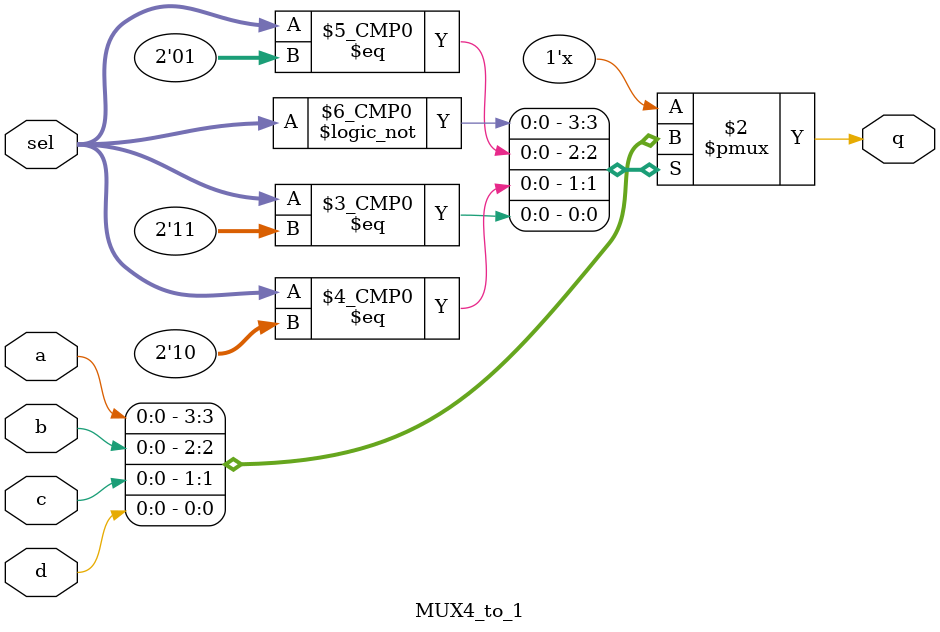
<source format=v>
module MUX4_to_1(input a,input b,input c,input d,input wire [1:0]sel,output reg q);

	always @(*) begin
	
		case (sel)
		
			2'b00: q <= a;
			2'b01: q <= b;
			2'b10: q <= c;
			2'b11: q <= d;	
		endcase
	end

endmodule

</source>
